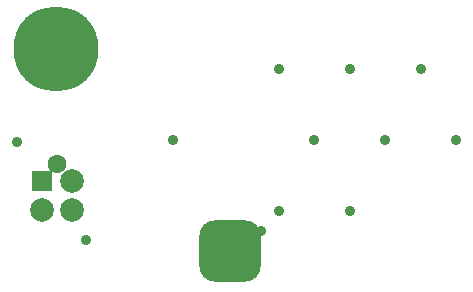
<source format=gbs>
G04*
G04 #@! TF.GenerationSoftware,Altium Limited,Altium Designer,24.1.2 (44)*
G04*
G04 Layer_Color=16711935*
%FSLAX44Y44*%
%MOMM*%
G71*
G04*
G04 #@! TF.SameCoordinates,B0990823-7E9F-439D-9868-1D062C9B8760*
G04*
G04*
G04 #@! TF.FilePolarity,Negative*
G04*
G01*
G75*
%ADD18C,1.6032*%
%ADD19C,2.0032*%
%ADD20R,1.8032X1.8032*%
%ADD21C,7.2032*%
%ADD22C,0.9032*%
G04:AMPARAMS|DCode=30|XSize=5.2032mm|YSize=5.2032mm|CornerRadius=1.3516mm|HoleSize=0mm|Usage=FLASHONLY|Rotation=180.000|XOffset=0mm|YOffset=0mm|HoleType=Round|Shape=RoundedRectangle|*
%AMROUNDEDRECTD30*
21,1,5.2032,2.5000,0,0,180.0*
21,1,2.5000,5.2032,0,0,180.0*
1,1,2.7032,-1.2500,1.2500*
1,1,2.7032,1.2500,1.2500*
1,1,2.7032,1.2500,-1.2500*
1,1,2.7032,-1.2500,-1.2500*
%
%ADD30ROUNDEDRECTD30*%
D18*
X52070Y99495D02*
D03*
D19*
X64770Y85525D02*
D03*
X64370Y60525D02*
D03*
X39370D02*
D03*
D20*
Y85525D02*
D03*
D21*
X50800Y196850D02*
D03*
D22*
X76200Y35560D02*
D03*
X17780Y118110D02*
D03*
X224790Y43180D02*
D03*
X360000Y180000D02*
D03*
X390000Y120000D02*
D03*
X300000Y180000D02*
D03*
X330000Y120000D02*
D03*
X300000Y60000D02*
D03*
X240000Y180000D02*
D03*
X270000Y120000D02*
D03*
X240000Y60000D02*
D03*
X150000Y120000D02*
D03*
X50800Y224350D02*
D03*
X70800Y216850D02*
D03*
X78300Y196850D02*
D03*
X70800Y176850D02*
D03*
X50800Y169350D02*
D03*
X30800Y176850D02*
D03*
X23300Y196850D02*
D03*
X30800Y216850D02*
D03*
D30*
X198120Y26016D02*
D03*
M02*

</source>
